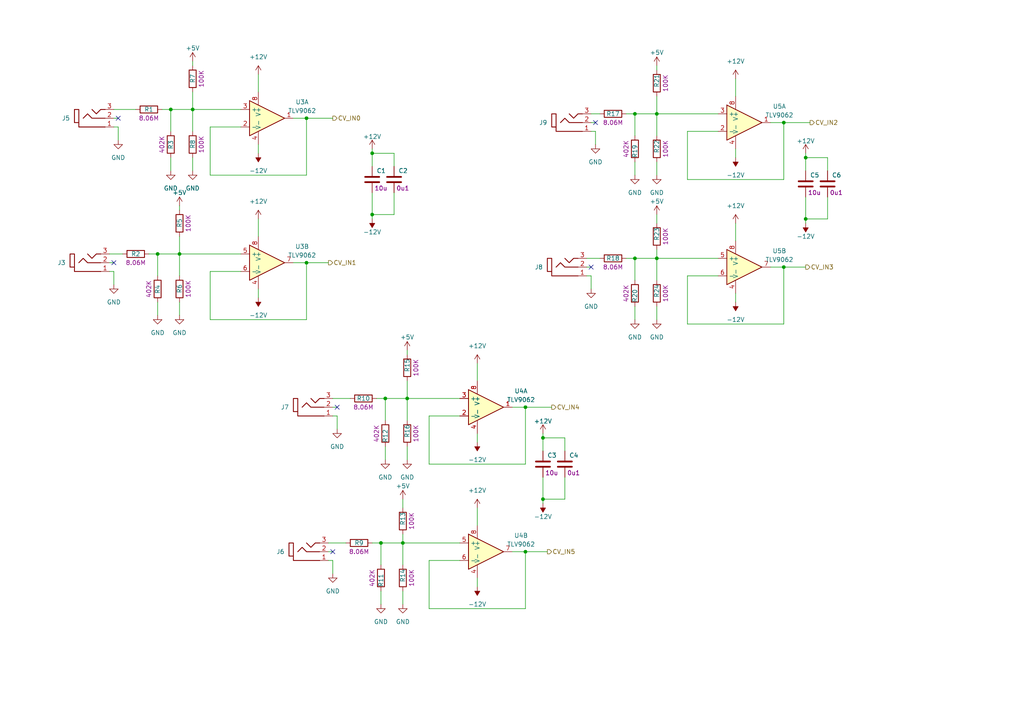
<source format=kicad_sch>
(kicad_sch (version 20211123) (generator eeschema)
  (paper "A4")
  (lib_symbols
    (symbol "capacitors_smd:0.1uf_0603_10V" (pin_numbers hide) (pin_names (offset 0.254))
      (property "Reference" "C" (at 0.635 2.54 0))
      (property "Display" "0u1" (at 4.572 -0.127 0))
      (symbol "0.1uf_0603_10V_0_1"
        (polyline (pts (xy -2.032 -0.762) (xy 2.032 -0.762)) (stroke (width 0.508)))
        (polyline (pts (xy -2.032 0.762) (xy 2.032 0.762)) (stroke (width 0.508)))
      )
      (symbol "0.1uf_0603_10V_1_1"
        (pin passive line (at 0 3.81 270) (length 2.794) (name "~") (number "1"))
        (pin passive line (at 0 -3.81 90) (length 2.794) (name "~") (number "2"))
      )
    )
    (symbol "capacitors_smd:10uf_0603_25V" (pin_numbers hide) (pin_names (offset 0.254))
      (property "Reference" "C" (at 0.635 2.54 0))
      (property "Display" "10u" (at 5.461 0 0))
      (symbol "10uf_0603_25V_0_1"
        (polyline (pts (xy -2.032 -0.762) (xy 2.032 -0.762)) (stroke (width 0.508)))
        (polyline (pts (xy -2.032 0.762) (xy 2.032 0.762)) (stroke (width 0.508)))
      )
      (symbol "10uf_0603_25V_1_1"
        (pin passive line (at 0 3.81 270) (length 2.794) (name "~") (number "1"))
        (pin passive line (at 0 -3.81 90) (length 2.794) (name "~") (number "2"))
      )
    )
    (symbol "connectors_audio:WQP419" (pin_names (offset 1.016))
      (property "Reference" "J" (at -5.08 7.62 0))
      (symbol "WQP419_0_1"
        (polyline (pts (xy 0 0) (xy -1.27 0) (xy -2.54 1.27) (xy -3.81 0)) (stroke (width 0.254)))
        (polyline (pts (xy 0 2.54) (xy -3.81 2.54) (xy -5.08 1.27) (xy -6.35 2.54)) (stroke (width 0.254)))
        (polyline (pts (xy 0 5.08) (xy -7.62 5.08) (xy -7.62 3.81) (xy -8.89 3.81) (xy -8.89 0) (xy -7.62 0) (xy -7.62 3.81) (xy -7.62 0)) (stroke (width 0.254)))
      )
      (symbol "WQP419_1_1"
        (pin passive line (at 2.54 5.08 180) (length 2.54) (name "~") (number "1"))
        (pin passive line (at 2.54 2.54 180) (length 2.54) (name "~") (number "2"))
        (pin passive line (at 2.54 0 180) (length 2.54) (name "~") (number "3"))
      )
    )
    (symbol "op_amps:TLV9062"
      (property "Reference" "U" (at 1.27 3.81 0))
      (property "Value" "TLV9062" (at 0 -3.81 0))
      (symbol "TLV9062_0_1"
        (polyline (pts (xy -5.08 5.08) (xy 5.08 0) (xy -5.08 -5.08) (xy -5.08 5.08)) (stroke (width 0.254)) (fill (type background)))
        (pin power_in line (at -2.54 -7.62 90) (length 3.81) (name "V-") (number "4"))
        (pin power_in line (at -2.54 7.62 270) (length 3.81) (name "V+") (number "8"))
      )
      (symbol "TLV9062_1_1"
        (pin output line (at 7.62 0 180) (length 2.54) (name "~") (number "1"))
        (pin input line (at -7.62 -2.54 0) (length 2.54) (name "-") (number "2"))
        (pin input line (at -7.62 2.54 0) (length 2.54) (name "+") (number "3"))
      )
      (symbol "TLV9062_2_1"
        (pin input line (at -7.62 2.54 0) (length 2.54) (name "+") (number "5"))
        (pin input line (at -7.62 -2.54 0) (length 2.54) (name "-") (number "6"))
        (pin output line (at 7.62 0 180) (length 2.54) (name "~") (number "7"))
      )
    )
    (symbol "power:+12V" (power) (pin_names (offset 0))
      (property "Value" "+12V" (at 0 3.556 0))
      (symbol "+12V_0_1"
        (polyline (pts (xy -0.762 1.27) (xy 0 2.54)))
        (polyline (pts (xy 0 0) (xy 0 2.54)))
        (polyline (pts (xy 0 2.54) (xy 0.762 1.27)))
      )
      (symbol "+12V_1_1"
        (pin power_in line (at 0 0 90) (length 0) hide (name "+12V") (number "1"))
      )
    )
    (symbol "power:+5V" (power) (pin_names (offset 0))
      (property "Value" "+5V" (at 0 3.556 0))
      (symbol "+5V_0_1"
        (polyline (pts (xy -0.762 1.27) (xy 0 2.54)))
        (polyline (pts (xy 0 0) (xy 0 2.54)))
        (polyline (pts (xy 0 2.54) (xy 0.762 1.27)))
      )
      (symbol "+5V_1_1"
        (pin power_in line (at 0 0 90) (length 0) hide (name "+5V") (number "1"))
      )
    )
    (symbol "power:-12V" (power) (pin_names (offset 0))
      (property "Value" "-12V" (at 0 3.81 0))
      (symbol "-12V_0_0"
        (pin power_in line (at 0 0 90) (length 0) hide (name "-12V") (number "1"))
      )
      (symbol "-12V_0_1"
        (polyline (pts (xy 0 0) (xy 0 1.27) (xy 0.762 1.27) (xy 0 2.54) (xy -0.762 1.27) (xy 0 1.27)) (fill (type outline)))
      )
    )
    (symbol "power:GND" (power) (pin_names (offset 0))
      (property "Value" "GND" (at 0 -3.81 0))
      (symbol "GND_0_1"
        (polyline (pts (xy 0 0) (xy 0 -1.27) (xy 1.27 -1.27) (xy 0 -2.54) (xy -1.27 -1.27) (xy 0 -1.27)))
      )
      (symbol "GND_1_1"
        (pin power_in line (at 0 0 270) (length 0) hide (name "GND") (number "1"))
      )
    )
    (symbol "resistors_smd:100K_0603" (pin_numbers hide) (pin_names (offset 0))
      (property "Reference" "R" (at 0 0 0))
      (property "Display" "100K" (at -0.127 -3.048 0))
      (symbol "100K_0603_0_1"
        (rectangle (start 2.54 -1.016) (end -2.54 1.016) (stroke (width 0.254)))
      )
      (symbol "100K_0603_1_1"
        (pin passive line (at -3.81 0 0) (length 1.27) (name "~") (number "1"))
        (pin passive line (at 3.81 0 180) (length 1.27) (name "~") (number "2"))
      )
    )
    (symbol "resistors_smd:402K_0603" (pin_numbers hide) (pin_names (offset 0))
      (property "Reference" "R" (at 0 0 0))
      (property "Display" "402K" (at -0.127 -3.048 0))
      (symbol "402K_0603_0_1"
        (rectangle (start 2.54 -1.016) (end -2.54 1.016) (stroke (width 0.254)))
      )
      (symbol "402K_0603_1_1"
        (pin passive line (at -3.81 0 0) (length 1.27) (name "~") (number "1"))
        (pin passive line (at 3.81 0 180) (length 1.27) (name "~") (number "2"))
      )
    )
    (symbol "resistors_smd:8.06M_0805" (pin_numbers hide) (pin_names (offset 0))
      (property "Reference" "R" (at 0 0 0))
      (property "Display" "8.06M" (at -0.127 -3.048 0))
      (symbol "8.06M_0805_0_1"
        (rectangle (start 2.54 -1.016) (end -2.54 1.016) (stroke (width 0.254)))
      )
      (symbol "8.06M_0805_1_1"
        (pin passive line (at -3.81 0 0) (length 1.27) (name "~") (number "1"))
        (pin passive line (at 3.81 0 180) (length 1.27) (name "~") (number "2"))
      )
    )
  )
  (junction (at 227.33 35.56))
  (junction (at 88.9 34.29))
  (junction (at 190.5 74.93))
  (junction (at 233.68 63.5))
  (junction (at 55.88 31.75))
  (junction (at 52.07 73.66))
  (junction (at 116.84 157.48))
  (junction (at 110.49 157.48))
  (junction (at 227.33 77.47))
  (junction (at 118.11 115.57))
  (junction (at 233.68 45.72))
  (junction (at 45.72 73.66))
  (junction (at 107.95 62.23))
  (junction (at 107.95 44.45))
  (junction (at 88.9 76.2))
  (junction (at 157.48 144.78))
  (junction (at 157.48 127))
  (junction (at 111.76 115.57))
  (junction (at 190.5 33.02))
  (junction (at 184.15 33.02))
  (junction (at 49.53 31.75))
  (junction (at 152.4 160.02))
  (junction (at 152.4 118.11))
  (junction (at 184.15 74.93))
  (no_connect (at 34.29 34.29))
  (no_connect (at 97.79 118.11))
  (no_connect (at 33.02 76.2))
  (no_connect (at 96.52 160.02))
  (no_connect (at 171.45 77.47))
  (no_connect (at 172.72 35.56))
  (wire (pts (xy 138.43 125.73) (xy 138.43 128.27)))
  (wire (pts (xy 74.93 41.91) (xy 74.93 44.45)))
  (wire (pts (xy 184.15 74.93) (xy 184.15 81.28)))
  (wire (pts (xy 110.49 157.48) (xy 116.84 157.48)))
  (wire (pts (xy 213.36 43.18) (xy 213.36 45.72)))
  (wire (pts (xy 157.48 127) (xy 163.83 127)))
  (wire (pts (xy 124.46 176.53) (xy 152.4 176.53)))
  (wire (pts (xy 33.02 31.75) (xy 39.37 31.75)))
  (wire (pts (xy 233.68 44.45) (xy 233.68 45.72)))
  (wire (pts (xy 55.88 31.75) (xy 69.85 31.75)))
  (wire (pts (xy 163.83 144.78) (xy 163.83 138.43)))
  (wire (pts (xy 199.39 93.98) (xy 227.33 93.98)))
  (wire (pts (xy 96.52 162.56) (xy 95.25 162.56)))
  (wire (pts (xy 107.95 157.48) (xy 110.49 157.48)))
  (wire (pts (xy 88.9 76.2) (xy 85.09 76.2)))
  (wire (pts (xy 227.33 52.07) (xy 227.33 35.56)))
  (wire (pts (xy 233.68 63.5) (xy 233.68 64.77)))
  (wire (pts (xy 49.53 31.75) (xy 49.53 38.1)))
  (wire (pts (xy 181.61 33.02) (xy 184.15 33.02)))
  (wire (pts (xy 233.68 63.5) (xy 233.68 57.15)))
  (wire (pts (xy 49.53 45.72) (xy 49.53 49.53)))
  (wire (pts (xy 227.33 35.56) (xy 223.52 35.56)))
  (wire (pts (xy 138.43 147.32) (xy 138.43 152.4)))
  (wire (pts (xy 208.28 38.1) (xy 199.39 38.1)))
  (wire (pts (xy 107.95 43.18) (xy 107.95 44.45)))
  (wire (pts (xy 45.72 73.66) (xy 45.72 80.01)))
  (wire (pts (xy 88.9 34.29) (xy 96.52 34.29)))
  (wire (pts (xy 171.45 33.02) (xy 173.99 33.02)))
  (wire (pts (xy 118.11 115.57) (xy 118.11 121.92)))
  (wire (pts (xy 227.33 77.47) (xy 233.68 77.47)))
  (wire (pts (xy 181.61 74.93) (xy 184.15 74.93)))
  (wire (pts (xy 31.75 76.2) (xy 33.02 76.2)))
  (wire (pts (xy 118.11 101.6) (xy 118.11 102.87)))
  (wire (pts (xy 240.03 45.72) (xy 240.03 49.53)))
  (wire (pts (xy 55.88 31.75) (xy 55.88 38.1)))
  (wire (pts (xy 43.18 73.66) (xy 45.72 73.66)))
  (wire (pts (xy 114.3 44.45) (xy 114.3 48.26)))
  (wire (pts (xy 170.18 77.47) (xy 171.45 77.47)))
  (wire (pts (xy 124.46 120.65) (xy 124.46 134.62)))
  (wire (pts (xy 52.07 59.69) (xy 52.07 60.96)))
  (wire (pts (xy 199.39 80.01) (xy 199.39 93.98)))
  (wire (pts (xy 74.93 63.5) (xy 74.93 68.58)))
  (wire (pts (xy 116.84 157.48) (xy 116.84 163.83)))
  (wire (pts (xy 52.07 68.58) (xy 52.07 73.66)))
  (wire (pts (xy 190.5 33.02) (xy 190.5 39.37)))
  (wire (pts (xy 184.15 33.02) (xy 190.5 33.02)))
  (wire (pts (xy 110.49 157.48) (xy 110.49 163.83)))
  (wire (pts (xy 138.43 105.41) (xy 138.43 110.49)))
  (wire (pts (xy 74.93 21.59) (xy 74.93 26.67)))
  (wire (pts (xy 116.84 157.48) (xy 133.35 157.48)))
  (wire (pts (xy 111.76 115.57) (xy 111.76 121.92)))
  (wire (pts (xy 46.99 31.75) (xy 49.53 31.75)))
  (wire (pts (xy 118.11 129.54) (xy 118.11 133.35)))
  (wire (pts (xy 190.5 33.02) (xy 208.28 33.02)))
  (wire (pts (xy 190.5 74.93) (xy 190.5 81.28)))
  (wire (pts (xy 109.22 115.57) (xy 111.76 115.57)))
  (wire (pts (xy 170.18 74.93) (xy 173.99 74.93)))
  (wire (pts (xy 208.28 80.01) (xy 199.39 80.01)))
  (wire (pts (xy 133.35 162.56) (xy 124.46 162.56)))
  (wire (pts (xy 111.76 115.57) (xy 118.11 115.57)))
  (wire (pts (xy 171.45 35.56) (xy 172.72 35.56)))
  (wire (pts (xy 157.48 125.73) (xy 157.48 127)))
  (wire (pts (xy 96.52 166.37) (xy 96.52 162.56)))
  (wire (pts (xy 190.5 64.77) (xy 190.5 62.23)))
  (wire (pts (xy 55.88 45.72) (xy 55.88 49.53)))
  (wire (pts (xy 88.9 34.29) (xy 85.09 34.29)))
  (wire (pts (xy 33.02 34.29) (xy 34.29 34.29)))
  (wire (pts (xy 124.46 134.62) (xy 152.4 134.62)))
  (wire (pts (xy 45.72 73.66) (xy 52.07 73.66)))
  (wire (pts (xy 95.25 160.02) (xy 96.52 160.02)))
  (wire (pts (xy 88.9 92.71) (xy 88.9 76.2)))
  (wire (pts (xy 184.15 33.02) (xy 184.15 39.37)))
  (wire (pts (xy 107.95 44.45) (xy 107.95 48.26)))
  (wire (pts (xy 157.48 144.78) (xy 157.48 138.43)))
  (wire (pts (xy 88.9 50.8) (xy 88.9 34.29)))
  (wire (pts (xy 60.96 50.8) (xy 88.9 50.8)))
  (wire (pts (xy 110.49 171.45) (xy 110.49 175.26)))
  (wire (pts (xy 171.45 80.01) (xy 170.18 80.01)))
  (wire (pts (xy 69.85 36.83) (xy 60.96 36.83)))
  (wire (pts (xy 157.48 144.78) (xy 157.48 146.05)))
  (wire (pts (xy 116.84 144.78) (xy 116.84 147.32)))
  (wire (pts (xy 52.07 73.66) (xy 69.85 73.66)))
  (wire (pts (xy 107.95 62.23) (xy 107.95 63.5)))
  (wire (pts (xy 34.29 36.83) (xy 33.02 36.83)))
  (wire (pts (xy 33.02 78.74) (xy 31.75 78.74)))
  (wire (pts (xy 157.48 144.78) (xy 163.83 144.78)))
  (wire (pts (xy 138.43 167.64) (xy 138.43 170.18)))
  (wire (pts (xy 157.48 127) (xy 157.48 130.81)))
  (wire (pts (xy 190.5 72.39) (xy 190.5 74.93)))
  (wire (pts (xy 96.52 118.11) (xy 97.79 118.11)))
  (wire (pts (xy 60.96 36.83) (xy 60.96 50.8)))
  (wire (pts (xy 190.5 88.9) (xy 190.5 92.71)))
  (wire (pts (xy 107.95 62.23) (xy 107.95 55.88)))
  (wire (pts (xy 55.88 26.67) (xy 55.88 31.75)))
  (wire (pts (xy 152.4 176.53) (xy 152.4 160.02)))
  (wire (pts (xy 190.5 19.05) (xy 190.5 20.32)))
  (wire (pts (xy 227.33 93.98) (xy 227.33 77.47)))
  (wire (pts (xy 152.4 160.02) (xy 148.59 160.02)))
  (wire (pts (xy 152.4 118.11) (xy 160.02 118.11)))
  (wire (pts (xy 184.15 46.99) (xy 184.15 50.8)))
  (wire (pts (xy 184.15 88.9) (xy 184.15 92.71)))
  (wire (pts (xy 172.72 41.91) (xy 172.72 38.1)))
  (wire (pts (xy 96.52 115.57) (xy 101.6 115.57)))
  (wire (pts (xy 97.79 124.46) (xy 97.79 120.65)))
  (wire (pts (xy 31.75 73.66) (xy 35.56 73.66)))
  (wire (pts (xy 107.95 44.45) (xy 114.3 44.45)))
  (wire (pts (xy 111.76 129.54) (xy 111.76 133.35)))
  (wire (pts (xy 34.29 40.64) (xy 34.29 36.83)))
  (wire (pts (xy 107.95 62.23) (xy 114.3 62.23)))
  (wire (pts (xy 74.93 83.82) (xy 74.93 86.36)))
  (wire (pts (xy 45.72 87.63) (xy 45.72 91.44)))
  (wire (pts (xy 52.07 87.63) (xy 52.07 91.44)))
  (wire (pts (xy 227.33 77.47) (xy 223.52 77.47)))
  (wire (pts (xy 199.39 38.1) (xy 199.39 52.07)))
  (wire (pts (xy 116.84 171.45) (xy 116.84 175.26)))
  (wire (pts (xy 233.68 45.72) (xy 233.68 49.53)))
  (wire (pts (xy 152.4 134.62) (xy 152.4 118.11)))
  (wire (pts (xy 52.07 73.66) (xy 52.07 80.01)))
  (wire (pts (xy 190.5 27.94) (xy 190.5 33.02)))
  (wire (pts (xy 118.11 110.49) (xy 118.11 115.57)))
  (wire (pts (xy 95.25 157.48) (xy 100.33 157.48)))
  (wire (pts (xy 55.88 17.78) (xy 55.88 19.05)))
  (wire (pts (xy 152.4 160.02) (xy 158.75 160.02)))
  (wire (pts (xy 163.83 127) (xy 163.83 130.81)))
  (wire (pts (xy 60.96 78.74) (xy 60.96 92.71)))
  (wire (pts (xy 152.4 118.11) (xy 148.59 118.11)))
  (wire (pts (xy 199.39 52.07) (xy 227.33 52.07)))
  (wire (pts (xy 184.15 74.93) (xy 190.5 74.93)))
  (wire (pts (xy 233.68 45.72) (xy 240.03 45.72)))
  (wire (pts (xy 233.68 63.5) (xy 240.03 63.5)))
  (wire (pts (xy 97.79 120.65) (xy 96.52 120.65)))
  (wire (pts (xy 190.5 46.99) (xy 190.5 50.8)))
  (wire (pts (xy 116.84 154.94) (xy 116.84 157.48)))
  (wire (pts (xy 124.46 162.56) (xy 124.46 176.53)))
  (wire (pts (xy 213.36 22.86) (xy 213.36 27.94)))
  (wire (pts (xy 213.36 64.77) (xy 213.36 69.85)))
  (wire (pts (xy 171.45 83.82) (xy 171.45 80.01)))
  (wire (pts (xy 172.72 38.1) (xy 171.45 38.1)))
  (wire (pts (xy 69.85 78.74) (xy 60.96 78.74)))
  (wire (pts (xy 213.36 85.09) (xy 213.36 87.63)))
  (wire (pts (xy 133.35 120.65) (xy 124.46 120.65)))
  (wire (pts (xy 240.03 63.5) (xy 240.03 57.15)))
  (wire (pts (xy 49.53 31.75) (xy 55.88 31.75)))
  (wire (pts (xy 33.02 82.55) (xy 33.02 78.74)))
  (wire (pts (xy 88.9 76.2) (xy 95.25 76.2)))
  (wire (pts (xy 118.11 115.57) (xy 133.35 115.57)))
  (wire (pts (xy 114.3 62.23) (xy 114.3 55.88)))
  (wire (pts (xy 227.33 35.56) (xy 234.95 35.56)))
  (wire (pts (xy 190.5 74.93) (xy 208.28 74.93)))
  (wire (pts (xy 60.96 92.71) (xy 88.9 92.71)))
  (hierarchical_label "CV_IN0" (shape output) (at 96.52 34.29 0))
  (hierarchical_label "CV_IN5" (shape output) (at 158.75 160.02 0))
  (hierarchical_label "CV_IN3" (shape output) (at 233.68 77.47 0))
  (hierarchical_label "CV_IN1" (shape output) (at 95.25 76.2 0))
  (hierarchical_label "CV_IN4" (shape output) (at 160.02 118.11 0))
  (hierarchical_label "CV_IN2" (shape output) (at 234.95 35.56 0))
  (symbol (lib_id "power:-12V") (at 233.68 64.77 180) (unit 1)
    (property "Reference" "#PWR051" (effects hide))
    (property "Value" "-12V" (at 233.68 68.58 0))
  )
  (symbol (lib_id "power:GND") (at 34.29 40.64 0) (unit 1)
    (property "Reference" "#PWR010" (effects hide))
    (property "Value" "GND" (at 34.29 45.72 0))
  )
  (symbol (lib_id "power:GND") (at 172.72 41.91 0) (unit 1)
    (property "Reference" "#PWR042" (effects hide))
    (property "Value" "GND" (at 172.72 46.99 0))
  )
  (symbol (lib_id "connectors_audio:WQP419") (at 167.64 74.93 0) (mirror x) (unit 1)
    (property "Reference" "J8" (at 157.48 77.4699 0) (effects (justify right)))
    (property "Value" "WQP419" (effects hide))
    (property "Footprint" "connectors:WQP419" (effects hide))
    (property "Datasheet" "http://www.qingpu-electronics.com/en/products/WQP-PJ366ST-364.html" (effects hide))
    (property "Part Number" "WQP-WQP419GR" (effects hide))
    (property "Manufacturer" "qingpu-electronics" (effects hide))
    (property "IPN" "CON-002-001" (effects hide))
  )
  (symbol (lib_id "resistors_smd:8.06M_0805") (at 104.14 157.48 180) (unit 1)
    (property "Reference" "R9" (at 104.14 157.48 0))
    (property "Value" "8.06M_0805" (effects hide))
    (property "Footprint" "resistors:SMD_0805[2012]" (effects hide))
    (property "Datasheet" "https://www.mouser.com/datasheet/2/447/PYu_RC_Group_51_RoHS_L_11-1984063.pdf" (effects hide))
    (property "Manufacturer" "YAGEO" (effects hide))
    (property "Part Number" "RC0805FR-078M06L" (effects hide))
    (property "Display" "8.06M" (at 104.14 160.02 0))
    (property "IPN" "RES-066-000" (effects hide))
  )
  (symbol (lib_id "power:GND") (at 116.84 175.26 0) (unit 1)
    (property "Reference" "#PWR031" (effects hide))
    (property "Value" "GND" (at 116.84 180.34 0))
  )
  (symbol (lib_id "power:+5V") (at 55.88 17.78 0) (unit 1)
    (property "Reference" "#PWR016" (effects hide))
    (property "Value" "+5V" (at 55.88 13.97 0))
  )
  (symbol (lib_id "resistors_smd:100K_0603") (at 55.88 22.86 90) (unit 1)
    (property "Reference" "R7" (at 55.88 24.13 0) (effects (justify left)))
    (property "Value" "100K_0603" (effects hide))
    (property "Footprint" "resistors:SMD_0603[1608]" (effects hide))
    (property "Datasheet" "https://www.mouser.com/datasheet/2/315/AOA0000C304-1149620.pdf" (effects hide))
    (property "Manufacturer" " Panasonic " (effects hide))
    (property "Part Number" "ERJ-3EKF1003V" (effects hide))
    (property "Display" "100K" (at 58.42 22.86 0))
    (property "IPN" "RES-007-000" (effects hide))
  )
  (symbol (lib_id "power:GND") (at 190.5 50.8 0) (unit 1)
    (property "Reference" "#PWR046" (effects hide))
    (property "Value" "GND" (at 190.5 55.88 0))
  )
  (symbol (lib_id "resistors_smd:100K_0603") (at 118.11 125.73 90) (unit 1)
    (property "Reference" "R16" (at 118.11 127 0) (effects (justify left)))
    (property "Value" "100K_0603" (effects hide))
    (property "Footprint" "resistors:SMD_0603[1608]" (effects hide))
    (property "Datasheet" "https://www.mouser.com/datasheet/2/315/AOA0000C304-1149620.pdf" (effects hide))
    (property "Manufacturer" " Panasonic " (effects hide))
    (property "Part Number" "ERJ-3EKF1003V" (effects hide))
    (property "Display" "100K" (at 120.65 125.73 0))
    (property "IPN" "RES-007-000" (effects hide))
  )
  (symbol (lib_id "power:GND") (at 110.49 175.26 0) (unit 1)
    (property "Reference" "#PWR026" (effects hide))
    (property "Value" "GND" (at 110.49 180.34 0))
  )
  (symbol (lib_id "power:GND") (at 111.76 133.35 0) (unit 1)
    (property "Reference" "#PWR028" (effects hide))
    (property "Value" "GND" (at 111.76 138.43 0))
  )
  (symbol (lib_id "power:+5V") (at 116.84 144.78 0) (unit 1)
    (property "Reference" "#PWR030" (effects hide))
    (property "Value" "+5V" (at 116.84 140.97 0))
  )
  (symbol (lib_id "op_amps:TLV9062") (at 77.47 76.2 0) (unit 2)
    (property "Reference" "U3" (at 87.63 71.501 0))
    (property "Value" "TLV9062" (at 87.63 74.041 0))
    (property "Footprint" "ti:TL072_SOIC-8" (effects hide))
    (property "Datasheet" "https://www.ti.com/lit/ds/symlink/tlv9062.pdf?HQS=dis-mous-null-mousermode-dsf-pf-null-wwe&ts=1672235165731&ref_url=https%253A%252F%252Fwww.mouser.com%252F" (effects hide))
    (property "Manufacturer" " Texas Instruments " (effects hide))
    (property "Part Number" "TLV9062IDDFR " (effects hide))
    (property "IPN" "AMP-005-000" (effects hide))
  )
  (symbol (lib_id "power:+12V") (at 138.43 147.32 0) (unit 1)
    (property "Reference" "#PWR022" (effects hide))
    (property "Value" "+12V" (at 138.43 142.24 0))
  )
  (symbol (lib_id "capacitors_smd:0.1uf_0603_10V") (at 240.03 53.34 0) (unit 1)
    (property "Reference" "C6" (at 241.3 50.8 0) (effects (justify left)))
    (property "Value" "0.1uf_0603_10V" (effects hide))
    (property "Footprint" "capacitors:SMD_0603[1608]" (effects hide))
    (property "Datasheet" "https://www.mouser.com/datasheet/2/445/885012206020-1727542.pdf" (effects hide))
    (property "Manufacturer" "Wurth Elektronik " (effects hide))
    (property "Part Number" "885012206020" (effects hide))
    (property "Display" "0u1" (at 242.57 55.88 0))
    (property "IPN" "CAP-005-0000" (effects hide))
  )
  (symbol (lib_id "op_amps:TLV9062") (at 77.47 34.29 0) (unit 1)
    (property "Reference" "U3" (at 87.63 29.591 0))
    (property "Value" "TLV9062" (at 87.63 32.131 0))
    (property "Footprint" "ti:TL072_SOIC-8" (effects hide))
    (property "Datasheet" "https://www.ti.com/lit/ds/symlink/tlv9062.pdf?HQS=dis-mous-null-mousermode-dsf-pf-null-wwe&ts=1672235165731&ref_url=https%253A%252F%252Fwww.mouser.com%252F" (effects hide))
    (property "Manufacturer" " Texas Instruments " (effects hide))
    (property "Part Number" "TLV9062IDDFR " (effects hide))
    (property "IPN" "AMP-005-000" (effects hide))
  )
  (symbol (lib_id "power:+12V") (at 233.68 44.45 0) (unit 1)
    (property "Reference" "#PWR050" (effects hide))
    (property "Value" "+12V" (at 233.68 40.894 0))
  )
  (symbol (lib_id "power:GND") (at 33.02 82.55 0) (unit 1)
    (property "Reference" "#PWR08" (effects hide))
    (property "Value" "GND" (at 33.02 87.63 0))
  )
  (symbol (lib_id "power:-12V") (at 213.36 45.72 180) (unit 1)
    (property "Reference" "#PWR037" (effects hide))
    (property "Value" "-12V" (at 213.36 50.8 0))
  )
  (symbol (lib_id "power:GND") (at 96.52 166.37 0) (unit 1)
    (property "Reference" "#PWR023" (effects hide))
    (property "Value" "GND" (at 96.52 171.45 0))
  )
  (symbol (lib_id "resistors_smd:100K_0603") (at 190.5 85.09 90) (unit 1)
    (property "Reference" "R24" (at 190.5 86.36 0) (effects (justify left)))
    (property "Value" "100K_0603" (effects hide))
    (property "Footprint" "resistors:SMD_0603[1608]" (effects hide))
    (property "Datasheet" "https://www.mouser.com/datasheet/2/315/AOA0000C304-1149620.pdf" (effects hide))
    (property "Manufacturer" " Panasonic " (effects hide))
    (property "Part Number" "ERJ-3EKF1003V" (effects hide))
    (property "Display" "100K" (at 193.04 85.09 0))
    (property "IPN" "RES-007-000" (effects hide))
  )
  (symbol (lib_id "resistors_smd:100K_0603") (at 52.07 64.77 90) (unit 1)
    (property "Reference" "R5" (at 52.07 66.04 0) (effects (justify left)))
    (property "Value" "100K_0603" (effects hide))
    (property "Footprint" "resistors:SMD_0603[1608]" (effects hide))
    (property "Datasheet" "https://www.mouser.com/datasheet/2/315/AOA0000C304-1149620.pdf" (effects hide))
    (property "Manufacturer" " Panasonic " (effects hide))
    (property "Part Number" "ERJ-3EKF1003V" (effects hide))
    (property "Display" "100K" (at 54.61 64.77 0))
    (property "IPN" "RES-007-000" (effects hide))
  )
  (symbol (lib_id "capacitors_smd:10uf_0603_25V") (at 233.68 53.34 0) (unit 1)
    (property "Reference" "C5" (at 234.95 50.8 0) (effects (justify left)))
    (property "Value" "10uf_0603_25V" (effects hide))
    (property "Footprint" "capacitors:SMD_0603[1608]" (effects hide))
    (property "Datasheet" "https://search.murata.co.jp/Ceramy/image/img/A01X/G101/ENG/GRT188R61E106ME13-01.pdf" (effects hide))
    (property "Manufacturer" "Murata Electronics" (effects hide))
    (property "Part Number" "GRT188R61E106ME13D" (effects hide))
    (property "Display" "10u" (at 236.22 55.88 0))
    (property "IPN" "CAP-011-0000" (effects hide))
  )
  (symbol (lib_id "connectors_audio:WQP419") (at 168.91 33.02 0) (mirror x) (unit 1)
    (property "Reference" "J9" (at 158.75 35.5599 0) (effects (justify right)))
    (property "Value" "WQP419" (effects hide))
    (property "Footprint" "connectors:WQP419" (effects hide))
    (property "Datasheet" "http://www.qingpu-electronics.com/en/products/WQP-PJ366ST-364.html" (effects hide))
    (property "Part Number" "WQP-WQP419GR" (effects hide))
    (property "Manufacturer" "qingpu-electronics" (effects hide))
    (property "IPN" "CON-002-001" (effects hide))
  )
  (symbol (lib_id "resistors_smd:402K_0603") (at 184.15 43.18 90) (unit 1)
    (property "Reference" "R19" (at 184.15 41.91 0) (effects (justify right)))
    (property "Value" "402K_0603" (effects hide))
    (property "Footprint" "resistors:SMD_0603[1608]" (effects hide))
    (property "Datasheet" "https://datasheet.octopart.com/RT0603FRE07402KL-Yageo-datasheet-166250672.pdf" (effects hide))
    (property "Manufacturer" "YAGEO" (effects hide))
    (property "Part Number" "RT0603FRE07402KL" (effects hide))
    (property "Display" "402K" (at 181.61 40.64 0) (effects (justify right)))
    (property "IPN" "RES-065-000" (effects hide))
  )
  (symbol (lib_id "op_amps:TLV9062") (at 215.9 35.56 0) (unit 1)
    (property "Reference" "U5" (at 226.06 30.861 0))
    (property "Value" "TLV9062" (at 226.06 33.401 0))
    (property "Footprint" "ti:TL072_SOIC-8" (effects hide))
    (property "Datasheet" "https://www.ti.com/lit/ds/symlink/tlv9062.pdf?HQS=dis-mous-null-mousermode-dsf-pf-null-wwe&ts=1672235165731&ref_url=https%253A%252F%252Fwww.mouser.com%252F" (effects hide))
    (property "Manufacturer" " Texas Instruments " (effects hide))
    (property "Part Number" "TLV9062IDDFR " (effects hide))
    (property "IPN" "AMP-005-000" (effects hide))
  )
  (symbol (lib_id "resistors_smd:8.06M_0805") (at 177.8 33.02 180) (unit 1)
    (property "Reference" "R17" (at 177.8 33.02 0))
    (property "Value" "8.06M_0805" (effects hide))
    (property "Footprint" "resistors:SMD_0805[2012]" (effects hide))
    (property "Datasheet" "https://www.mouser.com/datasheet/2/447/PYu_RC_Group_51_RoHS_L_11-1984063.pdf" (effects hide))
    (property "Manufacturer" "YAGEO" (effects hide))
    (property "Part Number" "RC0805FR-078M06L" (effects hide))
    (property "Display" "8.06M" (at 177.8 35.56 0))
    (property "IPN" "RES-066-000" (effects hide))
  )
  (symbol (lib_id "power:+5V") (at 118.11 101.6 0) (unit 1)
    (property "Reference" "#PWR033" (effects hide))
    (property "Value" "+5V" (at 118.11 97.79 0))
  )
  (symbol (lib_id "power:GND") (at 49.53 49.53 0) (unit 1)
    (property "Reference" "#PWR012" (effects hide))
    (property "Value" "GND" (at 49.53 54.61 0))
  )
  (symbol (lib_id "resistors_smd:8.06M_0805") (at 105.41 115.57 180) (unit 1)
    (property "Reference" "R10" (at 105.41 115.57 0))
    (property "Value" "8.06M_0805" (effects hide))
    (property "Footprint" "resistors:SMD_0805[2012]" (effects hide))
    (property "Datasheet" "https://www.mouser.com/datasheet/2/447/PYu_RC_Group_51_RoHS_L_11-1984063.pdf" (effects hide))
    (property "Manufacturer" "YAGEO" (effects hide))
    (property "Part Number" "RC0805FR-078M06L" (effects hide))
    (property "Display" "8.06M" (at 105.41 118.11 0))
    (property "IPN" "RES-066-000" (effects hide))
  )
  (symbol (lib_id "resistors_smd:100K_0603") (at 52.07 83.82 90) (unit 1)
    (property "Reference" "R6" (at 52.07 85.09 0) (effects (justify left)))
    (property "Value" "100K_0603" (effects hide))
    (property "Footprint" "resistors:SMD_0603[1608]" (effects hide))
    (property "Datasheet" "https://www.mouser.com/datasheet/2/315/AOA0000C304-1149620.pdf" (effects hide))
    (property "Manufacturer" " Panasonic " (effects hide))
    (property "Part Number" "ERJ-3EKF1003V" (effects hide))
    (property "Display" "100K" (at 54.61 83.82 0))
    (property "IPN" "RES-007-000" (effects hide))
  )
  (symbol (lib_id "op_amps:TLV9062") (at 140.97 118.11 0) (unit 1)
    (property "Reference" "U4" (at 151.13 113.411 0))
    (property "Value" "TLV9062" (at 151.13 115.951 0))
    (property "Footprint" "ti:TL072_SOIC-8" (effects hide))
    (property "Datasheet" "https://www.ti.com/lit/ds/symlink/tlv9062.pdf?HQS=dis-mous-null-mousermode-dsf-pf-null-wwe&ts=1672235165731&ref_url=https%253A%252F%252Fwww.mouser.com%252F" (effects hide))
    (property "Manufacturer" " Texas Instruments " (effects hide))
    (property "Part Number" "TLV9062IDDFR " (effects hide))
    (property "IPN" "AMP-005-000" (effects hide))
  )
  (symbol (lib_id "connectors_audio:WQP419") (at 93.98 115.57 0) (mirror x) (unit 1)
    (property "Reference" "J7" (at 83.82 118.1099 0) (effects (justify right)))
    (property "Value" "WQP419" (effects hide))
    (property "Footprint" "connectors:WQP419" (effects hide))
    (property "Datasheet" "http://www.qingpu-electronics.com/en/products/WQP-PJ366ST-364.html" (effects hide))
    (property "Part Number" "WQP-WQP419GR" (effects hide))
    (property "Manufacturer" "qingpu-electronics" (effects hide))
    (property "IPN" "CON-002-001" (effects hide))
  )
  (symbol (lib_id "power:GND") (at 52.07 91.44 0) (unit 1)
    (property "Reference" "#PWR014" (effects hide))
    (property "Value" "GND" (at 52.07 96.52 0))
  )
  (symbol (lib_id "connectors_audio:WQP419") (at 92.71 157.48 0) (mirror x) (unit 1)
    (property "Reference" "J6" (at 82.55 160.0199 0) (effects (justify right)))
    (property "Value" "WQP419" (effects hide))
    (property "Footprint" "connectors:WQP419" (effects hide))
    (property "Datasheet" "http://www.qingpu-electronics.com/en/products/WQP-PJ366ST-364.html" (effects hide))
    (property "Part Number" "WQP-WQP419GR" (effects hide))
    (property "Manufacturer" "qingpu-electronics" (effects hide))
    (property "IPN" "CON-002-001" (effects hide))
  )
  (symbol (lib_id "resistors_smd:100K_0603") (at 118.11 106.68 90) (unit 1)
    (property "Reference" "R15" (at 118.11 107.95 0) (effects (justify left)))
    (property "Value" "100K_0603" (effects hide))
    (property "Footprint" "resistors:SMD_0603[1608]" (effects hide))
    (property "Datasheet" "https://www.mouser.com/datasheet/2/315/AOA0000C304-1149620.pdf" (effects hide))
    (property "Manufacturer" " Panasonic " (effects hide))
    (property "Part Number" "ERJ-3EKF1003V" (effects hide))
    (property "Display" "100K" (at 120.65 106.68 0))
    (property "IPN" "RES-007-000" (effects hide))
  )
  (symbol (lib_id "power:+5V") (at 52.07 59.69 0) (unit 1)
    (property "Reference" "#PWR013" (effects hide))
    (property "Value" "+5V" (at 52.07 55.88 0))
  )
  (symbol (lib_id "power:+5V") (at 190.5 62.23 0) (unit 1)
    (property "Reference" "#PWR047" (effects hide))
    (property "Value" "+5V" (at 190.5 58.42 0))
  )
  (symbol (lib_id "op_amps:TLV9062") (at 215.9 77.47 0) (unit 2)
    (property "Reference" "U5" (at 226.06 72.771 0))
    (property "Value" "TLV9062" (at 226.06 75.311 0))
    (property "Footprint" "ti:TL072_SOIC-8" (effects hide))
    (property "Datasheet" "https://www.ti.com/lit/ds/symlink/tlv9062.pdf?HQS=dis-mous-null-mousermode-dsf-pf-null-wwe&ts=1672235165731&ref_url=https%253A%252F%252Fwww.mouser.com%252F" (effects hide))
    (property "Manufacturer" " Texas Instruments " (effects hide))
    (property "Part Number" "TLV9062IDDFR " (effects hide))
    (property "IPN" "AMP-005-000" (effects hide))
  )
  (symbol (lib_id "power:-12V") (at 157.48 146.05 180) (unit 1)
    (property "Reference" "#PWR029" (effects hide))
    (property "Value" "-12V" (at 157.48 149.86 0))
  )
  (symbol (lib_id "power:+12V") (at 213.36 22.86 0) (unit 1)
    (property "Reference" "#PWR036" (effects hide))
    (property "Value" "+12V" (at 213.36 17.78 0))
  )
  (symbol (lib_id "resistors_smd:100K_0603") (at 190.5 24.13 90) (unit 1)
    (property "Reference" "R21" (at 190.5 25.4 0) (effects (justify left)))
    (property "Value" "100K_0603" (effects hide))
    (property "Footprint" "resistors:SMD_0603[1608]" (effects hide))
    (property "Datasheet" "https://www.mouser.com/datasheet/2/315/AOA0000C304-1149620.pdf" (effects hide))
    (property "Manufacturer" " Panasonic " (effects hide))
    (property "Part Number" "ERJ-3EKF1003V" (effects hide))
    (property "Display" "100K" (at 193.04 24.13 0))
    (property "IPN" "RES-007-000" (effects hide))
  )
  (symbol (lib_id "resistors_smd:8.06M_0805") (at 177.8 74.93 180) (unit 1)
    (property "Reference" "R18" (at 177.8 74.93 0))
    (property "Value" "8.06M_0805" (effects hide))
    (property "Footprint" "resistors:SMD_0805[2012]" (effects hide))
    (property "Datasheet" "https://www.mouser.com/datasheet/2/447/PYu_RC_Group_51_RoHS_L_11-1984063.pdf" (effects hide))
    (property "Manufacturer" "YAGEO" (effects hide))
    (property "Part Number" "RC0805FR-078M06L" (effects hide))
    (property "Display" "8.06M" (at 177.8 77.47 0))
    (property "IPN" "RES-066-000" (effects hide))
  )
  (symbol (lib_id "power:+12V") (at 157.48 125.73 0) (unit 1)
    (property "Reference" "#PWR027" (effects hide))
    (property "Value" "+12V" (at 157.48 122.174 0))
  )
  (symbol (lib_id "connectors_audio:WQP419") (at 30.48 31.75 0) (mirror x) (unit 1)
    (property "Reference" "J5" (at 20.32 34.2899 0) (effects (justify right)))
    (property "Value" "WQP419" (effects hide))
    (property "Footprint" "connectors:WQP419" (effects hide))
    (property "Datasheet" "http://www.qingpu-electronics.com/en/products/WQP-PJ366ST-364.html" (effects hide))
    (property "Part Number" "WQP-WQP419GR" (effects hide))
    (property "Manufacturer" "qingpu-electronics" (effects hide))
    (property "IPN" "CON-002-001" (effects hide))
  )
  (symbol (lib_id "resistors_smd:100K_0603") (at 55.88 41.91 90) (unit 1)
    (property "Reference" "R8" (at 55.88 43.18 0) (effects (justify left)))
    (property "Value" "100K_0603" (effects hide))
    (property "Footprint" "resistors:SMD_0603[1608]" (effects hide))
    (property "Datasheet" "https://www.mouser.com/datasheet/2/315/AOA0000C304-1149620.pdf" (effects hide))
    (property "Manufacturer" " Panasonic " (effects hide))
    (property "Part Number" "ERJ-3EKF1003V" (effects hide))
    (property "Display" "100K" (at 58.42 41.91 0))
    (property "IPN" "RES-007-000" (effects hide))
  )
  (symbol (lib_id "power:GND") (at 45.72 91.44 0) (unit 1)
    (property "Reference" "#PWR011" (effects hide))
    (property "Value" "GND" (at 45.72 96.52 0))
  )
  (symbol (lib_id "power:GND") (at 55.88 49.53 0) (unit 1)
    (property "Reference" "#PWR018" (effects hide))
    (property "Value" "GND" (at 55.88 54.61 0))
  )
  (symbol (lib_id "power:+12V") (at 138.43 105.41 0) (unit 1)
    (property "Reference" "#PWR020" (effects hide))
    (property "Value" "+12V" (at 138.43 100.33 0))
  )
  (symbol (lib_id "op_amps:TLV9062") (at 140.97 160.02 0) (unit 2)
    (property "Reference" "U4" (at 151.13 155.321 0))
    (property "Value" "TLV9062" (at 151.13 157.861 0))
    (property "Footprint" "ti:TL072_SOIC-8" (effects hide))
    (property "Datasheet" "https://www.ti.com/lit/ds/symlink/tlv9062.pdf?HQS=dis-mous-null-mousermode-dsf-pf-null-wwe&ts=1672235165731&ref_url=https%253A%252F%252Fwww.mouser.com%252F" (effects hide))
    (property "Manufacturer" " Texas Instruments " (effects hide))
    (property "Part Number" "TLV9062IDDFR " (effects hide))
    (property "IPN" "AMP-005-000" (effects hide))
  )
  (symbol (lib_id "resistors_smd:100K_0603") (at 190.5 68.58 90) (unit 1)
    (property "Reference" "R23" (at 190.5 69.85 0) (effects (justify left)))
    (property "Value" "100K_0603" (effects hide))
    (property "Footprint" "resistors:SMD_0603[1608]" (effects hide))
    (property "Datasheet" "https://www.mouser.com/datasheet/2/315/AOA0000C304-1149620.pdf" (effects hide))
    (property "Manufacturer" " Panasonic " (effects hide))
    (property "Part Number" "ERJ-3EKF1003V" (effects hide))
    (property "Display" "100K" (at 193.04 68.58 0))
    (property "IPN" "RES-007-000" (effects hide))
  )
  (symbol (lib_id "power:GND") (at 190.5 92.71 0) (unit 1)
    (property "Reference" "#PWR048" (effects hide))
    (property "Value" "GND" (at 190.5 97.79 0))
  )
  (symbol (lib_id "resistors_smd:402K_0603") (at 110.49 167.64 90) (unit 1)
    (property "Reference" "R11" (at 110.49 166.37 0) (effects (justify right)))
    (property "Value" "402K_0603" (effects hide))
    (property "Footprint" "resistors:SMD_0603[1608]" (effects hide))
    (property "Datasheet" "https://datasheet.octopart.com/RT0603FRE07402KL-Yageo-datasheet-166250672.pdf" (effects hide))
    (property "Manufacturer" "YAGEO" (effects hide))
    (property "Part Number" "RT0603FRE07402KL" (effects hide))
    (property "Display" "402K" (at 107.95 165.1 0) (effects (justify right)))
    (property "IPN" "RES-065-000" (effects hide))
  )
  (symbol (lib_id "power:GND") (at 171.45 83.82 0) (unit 1)
    (property "Reference" "#PWR040" (effects hide))
    (property "Value" "GND" (at 171.45 88.9 0))
  )
  (symbol (lib_id "resistors_smd:100K_0603") (at 190.5 43.18 90) (unit 1)
    (property "Reference" "R22" (at 190.5 44.45 0) (effects (justify left)))
    (property "Value" "100K_0603" (effects hide))
    (property "Footprint" "resistors:SMD_0603[1608]" (effects hide))
    (property "Datasheet" "https://www.mouser.com/datasheet/2/315/AOA0000C304-1149620.pdf" (effects hide))
    (property "Manufacturer" " Panasonic " (effects hide))
    (property "Part Number" "ERJ-3EKF1003V" (effects hide))
    (property "Display" "100K" (at 193.04 43.18 0))
    (property "IPN" "RES-007-000" (effects hide))
  )
  (symbol (lib_id "power:GND") (at 184.15 50.8 0) (unit 1)
    (property "Reference" "#PWR043" (effects hide))
    (property "Value" "GND" (at 184.15 55.88 0))
  )
  (symbol (lib_id "power:+12V") (at 213.36 64.77 0) (unit 1)
    (property "Reference" "#PWR039" (effects hide))
    (property "Value" "+12V" (at 213.36 59.69 0))
  )
  (symbol (lib_id "power:GND") (at 184.15 92.71 0) (unit 1)
    (property "Reference" "#PWR044" (effects hide))
    (property "Value" "GND" (at 184.15 97.79 0))
  )
  (symbol (lib_id "power:+12V") (at 107.95 43.18 0) (unit 1)
    (property "Reference" "#PWR017" (effects hide))
    (property "Value" "+12V" (at 107.95 39.624 0))
  )
  (symbol (lib_id "resistors_smd:402K_0603") (at 49.53 41.91 90) (unit 1)
    (property "Reference" "R3" (at 49.53 40.64 0) (effects (justify right)))
    (property "Value" "402K_0603" (effects hide))
    (property "Footprint" "resistors:SMD_0603[1608]" (effects hide))
    (property "Datasheet" "https://datasheet.octopart.com/RT0603FRE07402KL-Yageo-datasheet-166250672.pdf" (effects hide))
    (property "Manufacturer" "YAGEO" (effects hide))
    (property "Part Number" "RT0603FRE07402KL" (effects hide))
    (property "Display" "402K" (at 46.99 39.37 0) (effects (justify right)))
    (property "IPN" "RES-065-000" (effects hide))
  )
  (symbol (lib_id "power:-12V") (at 74.93 44.45 180) (unit 1)
    (property "Reference" "#PWR07" (effects hide))
    (property "Value" "-12V" (at 74.93 49.53 0))
  )
  (symbol (lib_id "power:-12V") (at 74.93 86.36 180) (unit 1)
    (property "Reference" "#PWR015" (effects hide))
    (property "Value" "-12V" (at 74.93 91.44 0))
  )
  (symbol (lib_id "power:-12V") (at 107.95 63.5 180) (unit 1)
    (property "Reference" "#PWR019" (effects hide))
    (property "Value" "-12V" (at 107.95 67.31 0))
  )
  (symbol (lib_id "power:GND") (at 118.11 133.35 0) (unit 1)
    (property "Reference" "#PWR035" (effects hide))
    (property "Value" "GND" (at 118.11 138.43 0))
  )
  (symbol (lib_id "power:+12V") (at 74.93 63.5 0) (unit 1)
    (property "Reference" "#PWR09" (effects hide))
    (property "Value" "+12V" (at 74.93 58.42 0))
  )
  (symbol (lib_id "connectors_audio:WQP419") (at 29.21 73.66 0) (mirror x) (unit 1)
    (property "Reference" "J3" (at 19.05 76.1999 0) (effects (justify right)))
    (property "Value" "WQP419" (effects hide))
    (property "Footprint" "connectors:WQP419" (effects hide))
    (property "Datasheet" "http://www.qingpu-electronics.com/en/products/WQP-PJ366ST-364.html" (effects hide))
    (property "Part Number" "WQP-WQP419GR" (effects hide))
    (property "Manufacturer" "qingpu-electronics" (effects hide))
    (property "IPN" "CON-002-001" (effects hide))
  )
  (symbol (lib_id "capacitors_smd:0.1uf_0603_10V") (at 114.3 52.07 0) (unit 1)
    (property "Reference" "C2" (at 115.57 49.53 0) (effects (justify left)))
    (property "Value" "0.1uf_0603_10V" (effects hide))
    (property "Footprint" "capacitors:SMD_0603[1608]" (effects hide))
    (property "Datasheet" "https://www.mouser.com/datasheet/2/445/885012206020-1727542.pdf" (effects hide))
    (property "Manufacturer" "Wurth Elektronik " (effects hide))
    (property "Part Number" "885012206020" (effects hide))
    (property "Display" "0u1" (at 116.84 54.61 0))
    (property "IPN" "CAP-005-0000" (effects hide))
  )
  (symbol (lib_id "power:-12V") (at 213.36 87.63 180) (unit 1)
    (property "Reference" "#PWR049" (effects hide))
    (property "Value" "-12V" (at 213.36 92.71 0))
  )
  (symbol (lib_id "resistors_smd:402K_0603") (at 184.15 85.09 90) (unit 1)
    (property "Reference" "R20" (at 184.15 83.82 0) (effects (justify right)))
    (property "Value" "402K_0603" (effects hide))
    (property "Footprint" "resistors:SMD_0603[1608]" (effects hide))
    (property "Datasheet" "https://datasheet.octopart.com/RT0603FRE07402KL-Yageo-datasheet-166250672.pdf" (effects hide))
    (property "Manufacturer" "YAGEO" (effects hide))
    (property "Part Number" "RT0603FRE07402KL" (effects hide))
    (property "Display" "402K" (at 181.61 82.55 0) (effects (justify right)))
    (property "IPN" "RES-065-000" (effects hide))
  )
  (symbol (lib_id "resistors_smd:100K_0603") (at 116.84 167.64 90) (unit 1)
    (property "Reference" "R14" (at 116.84 168.91 0) (effects (justify left)))
    (property "Value" "100K_0603" (effects hide))
    (property "Footprint" "resistors:SMD_0603[1608]" (effects hide))
    (property "Datasheet" "https://www.mouser.com/datasheet/2/315/AOA0000C304-1149620.pdf" (effects hide))
    (property "Manufacturer" " Panasonic " (effects hide))
    (property "Part Number" "ERJ-3EKF1003V" (effects hide))
    (property "Display" "100K" (at 119.38 167.64 0))
    (property "IPN" "RES-007-000" (effects hide))
  )
  (symbol (lib_id "capacitors_smd:10uf_0603_25V") (at 107.95 52.07 0) (unit 1)
    (property "Reference" "C1" (at 109.22 49.53 0) (effects (justify left)))
    (property "Value" "10uf_0603_25V" (effects hide))
    (property "Footprint" "capacitors:SMD_0603[1608]" (effects hide))
    (property "Datasheet" "https://search.murata.co.jp/Ceramy/image/img/A01X/G101/ENG/GRT188R61E106ME13-01.pdf" (effects hide))
    (property "Manufacturer" "Murata Electronics" (effects hide))
    (property "Part Number" "GRT188R61E106ME13D" (effects hide))
    (property "Display" "10u" (at 110.49 54.61 0))
    (property "IPN" "CAP-011-0000" (effects hide))
  )
  (symbol (lib_id "capacitors_smd:0.1uf_0603_10V") (at 163.83 134.62 0) (unit 1)
    (property "Reference" "C4" (at 165.1 132.08 0) (effects (justify left)))
    (property "Value" "0.1uf_0603_10V" (effects hide))
    (property "Footprint" "capacitors:SMD_0603[1608]" (effects hide))
    (property "Datasheet" "https://www.mouser.com/datasheet/2/445/885012206020-1727542.pdf" (effects hide))
    (property "Manufacturer" "Wurth Elektronik " (effects hide))
    (property "Part Number" "885012206020" (effects hide))
    (property "Display" "0u1" (at 166.37 137.16 0))
    (property "IPN" "CAP-005-0000" (effects hide))
  )
  (symbol (lib_id "resistors_smd:100K_0603") (at 116.84 151.13 90) (unit 1)
    (property "Reference" "R13" (at 116.84 152.4 0) (effects (justify left)))
    (property "Value" "100K_0603" (effects hide))
    (property "Footprint" "resistors:SMD_0603[1608]" (effects hide))
    (property "Datasheet" "https://www.mouser.com/datasheet/2/315/AOA0000C304-1149620.pdf" (effects hide))
    (property "Manufacturer" " Panasonic " (effects hide))
    (property "Part Number" "ERJ-3EKF1003V" (effects hide))
    (property "Display" "100K" (at 119.38 151.13 0))
    (property "IPN" "RES-007-000" (effects hide))
  )
  (symbol (lib_id "power:-12V") (at 138.43 128.27 180) (unit 1)
    (property "Reference" "#PWR021" (effects hide))
    (property "Value" "-12V" (at 138.43 133.35 0))
  )
  (symbol (lib_id "resistors_smd:402K_0603") (at 45.72 83.82 90) (unit 1)
    (property "Reference" "R4" (at 45.72 82.55 0) (effects (justify right)))
    (property "Value" "402K_0603" (effects hide))
    (property "Footprint" "resistors:SMD_0603[1608]" (effects hide))
    (property "Datasheet" "https://datasheet.octopart.com/RT0603FRE07402KL-Yageo-datasheet-166250672.pdf" (effects hide))
    (property "Manufacturer" "YAGEO" (effects hide))
    (property "Part Number" "RT0603FRE07402KL" (effects hide))
    (property "Display" "402K" (at 43.18 81.28 0) (effects (justify right)))
    (property "IPN" "RES-065-000" (effects hide))
  )
  (symbol (lib_id "resistors_smd:8.06M_0805") (at 43.18 31.75 180) (unit 1)
    (property "Reference" "R1" (at 43.18 31.75 0))
    (property "Value" "8.06M_0805" (effects hide))
    (property "Footprint" "resistors:SMD_0805[2012]" (effects hide))
    (property "Datasheet" "https://www.mouser.com/datasheet/2/447/PYu_RC_Group_51_RoHS_L_11-1984063.pdf" (effects hide))
    (property "Manufacturer" "YAGEO" (effects hide))
    (property "Part Number" "RC0805FR-078M06L" (effects hide))
    (property "Display" "8.06M" (at 43.18 34.29 0))
    (property "IPN" "RES-066-000" (effects hide))
  )
  (symbol (lib_id "resistors_smd:402K_0603") (at 111.76 125.73 90) (unit 1)
    (property "Reference" "R12" (at 111.76 124.46 0) (effects (justify right)))
    (property "Value" "402K_0603" (effects hide))
    (property "Footprint" "resistors:SMD_0603[1608]" (effects hide))
    (property "Datasheet" "https://datasheet.octopart.com/RT0603FRE07402KL-Yageo-datasheet-166250672.pdf" (effects hide))
    (property "Manufacturer" "YAGEO" (effects hide))
    (property "Part Number" "RT0603FRE07402KL" (effects hide))
    (property "Display" "402K" (at 109.22 123.19 0) (effects (justify right)))
    (property "IPN" "RES-065-000" (effects hide))
  )
  (symbol (lib_id "power:GND") (at 97.79 124.46 0) (unit 1)
    (property "Reference" "#PWR024" (effects hide))
    (property "Value" "GND" (at 97.79 129.54 0))
  )
  (symbol (lib_id "power:+5V") (at 190.5 19.05 0) (unit 1)
    (property "Reference" "#PWR045" (effects hide))
    (property "Value" "+5V" (at 190.5 15.24 0))
  )
  (symbol (lib_id "capacitors_smd:10uf_0603_25V") (at 157.48 134.62 0) (unit 1)
    (property "Reference" "C3" (at 158.75 132.08 0) (effects (justify left)))
    (property "Value" "10uf_0603_25V" (effects hide))
    (property "Footprint" "capacitors:SMD_0603[1608]" (effects hide))
    (property "Datasheet" "https://search.murata.co.jp/Ceramy/image/img/A01X/G101/ENG/GRT188R61E106ME13-01.pdf" (effects hide))
    (property "Manufacturer" "Murata Electronics" (effects hide))
    (property "Part Number" "GRT188R61E106ME13D" (effects hide))
    (property "Display" "10u" (at 160.02 137.16 0))
    (property "IPN" "CAP-011-0000" (effects hide))
  )
  (symbol (lib_id "power:-12V") (at 138.43 170.18 180) (unit 1)
    (property "Reference" "#PWR025" (effects hide))
    (property "Value" "-12V" (at 138.43 175.26 0))
  )
  (symbol (lib_id "power:+12V") (at 74.93 21.59 0) (unit 1)
    (property "Reference" "#PWR05" (effects hide))
    (property "Value" "+12V" (at 74.93 16.51 0))
  )
  (symbol (lib_id "resistors_smd:8.06M_0805") (at 39.37 73.66 180) (unit 1)
    (property "Reference" "R2" (at 39.37 73.66 0))
    (property "Value" "8.06M_0805" (effects hide))
    (property "Footprint" "resistors:SMD_0805[2012]" (effects hide))
    (property "Datasheet" "https://www.mouser.com/datasheet/2/447/PYu_RC_Group_51_RoHS_L_11-1984063.pdf" (effects hide))
    (property "Manufacturer" "YAGEO" (effects hide))
    (property "Part Number" "RC0805FR-078M06L" (effects hide))
    (property "Display" "8.06M" (at 39.37 76.2 0))
    (property "IPN" "RES-066-000" (effects hide))
  )
)
</source>
